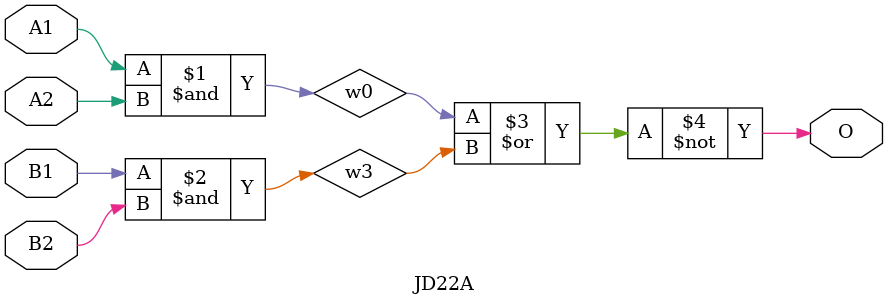
<source format=v>
module JD22A(A1, A2, B1, B2, O);
input   A1;
input   A2;
input   B1;
input   B2;
output  O;
and g0(w0, A1, A2);
and g1(w3, B1, B2);
nor g2(O, w0, w3);
endmodule
</source>
